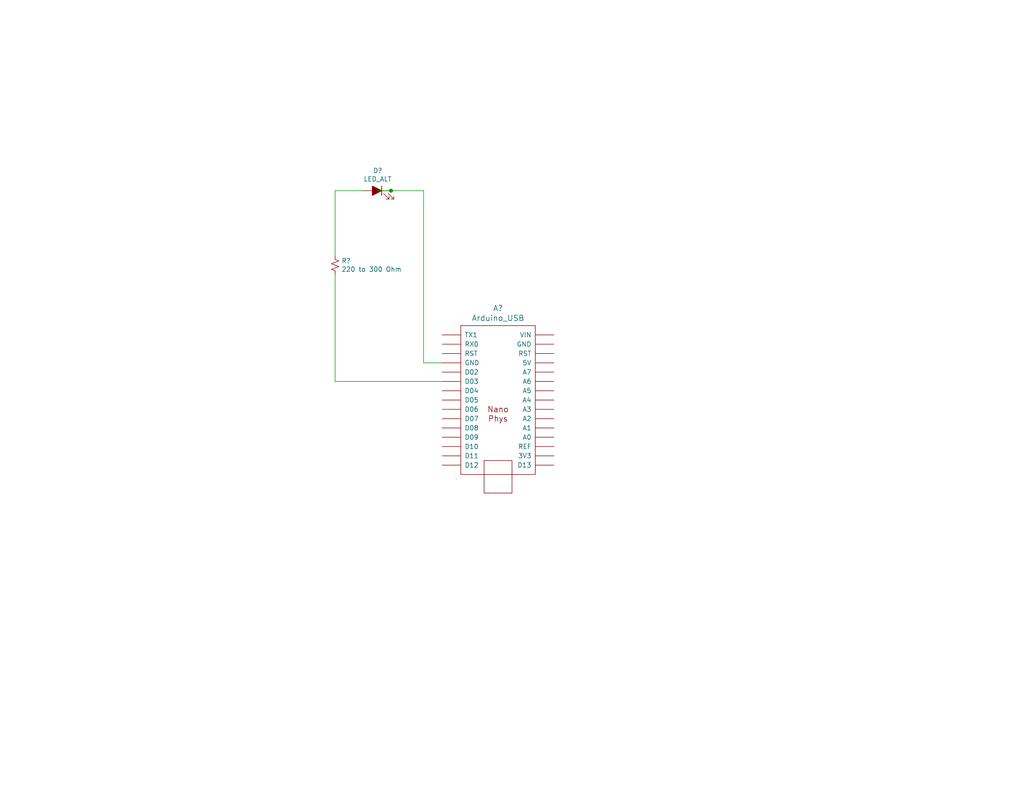
<source format=kicad_sch>
(kicad_sch (version 20230121) (generator eeschema)
  (paper "A")
  (title_block (title "01 Blinking LED part A") (date "2023-04-13") (company "Author: https://github.com/Mark-MDO47/ArduinoClass/tree/master") (comment 1 "NOTE: Chips & Modules shown top view, notch at top"))
  (lib_symbols
    (symbol "01_BlinkingLED_A-rescue:Arduino_USB-mdoLibrary" (pin_names (offset 1.016))
      (property "Reference" "A" (at 0 0 0))
      (property "Value" "mdoLibrary_Arduino_USB" (at 0 2.54 90))
      (symbol "Arduino_USB-mdoLibrary_0_0"
        (rectangle (start -10.16 20.32) (end 10.16 -20.32))
        (text "Nano" (at 0 -2.54 0) (effects (font (size 1.524 1.524))))
        (text "Phys" (at 0 -5.08 0) (effects (font (size 1.524 1.524))))
      )
      (symbol "Arduino_USB-mdoLibrary_0_1"
        (rectangle (start -11.43 -21.59) (end -11.43 -21.59))
        (rectangle (start 3.81 -25.4) (end -3.81 -16.51))
      )
      (symbol "Arduino_USB-mdoLibrary_1_1"
        (pin input line (at 15.24 -15.24 180) (length 5.08) (name "3V3") (number "~"))
        (pin input line (at 15.24 10.16 180) (length 5.08) (name "5V") (number "~"))
        (pin input line (at 15.24 -10.16 180) (length 5.08) (name "A0") (number "~"))
        (pin input line (at 15.24 -7.62 180) (length 5.08) (name "A1") (number "~"))
        (pin input line (at 15.24 -5.08 180) (length 5.08) (name "A2") (number "~"))
        (pin input line (at 15.24 -2.54 180) (length 5.08) (name "A3") (number "~"))
        (pin input line (at 15.24 0 180) (length 5.08) (name "A4") (number "~"))
        (pin input line (at 15.24 2.54 180) (length 5.08) (name "A5") (number "~"))
        (pin input line (at 15.24 5.08 180) (length 5.08) (name "A6") (number "~"))
        (pin input line (at 15.24 7.62 180) (length 5.08) (name "A7") (number "~"))
        (pin input line (at -15.24 7.62 0) (length 5.08) (name "D02") (number "~"))
        (pin input line (at -15.24 5.08 0) (length 5.08) (name "D03") (number "~"))
        (pin input line (at -15.24 2.54 0) (length 5.08) (name "D04") (number "~"))
        (pin input line (at -15.24 0 0) (length 5.08) (name "D05") (number "~"))
        (pin input line (at -15.24 -2.54 0) (length 5.08) (name "D06") (number "~"))
        (pin input line (at -15.24 -5.08 0) (length 5.08) (name "D07") (number "~"))
        (pin input line (at -15.24 -7.62 0) (length 5.08) (name "D08") (number "~"))
        (pin input line (at -15.24 -10.16 0) (length 5.08) (name "D09") (number "~"))
        (pin input line (at -15.24 -12.7 0) (length 5.08) (name "D10") (number "~"))
        (pin input line (at -15.24 -15.24 0) (length 5.08) (name "D11") (number "~"))
        (pin input line (at -15.24 -17.78 0) (length 5.08) (name "D12") (number "~"))
        (pin input line (at 15.24 -17.78 180) (length 5.08) (name "D13") (number "~"))
        (pin input line (at -15.24 10.16 0) (length 5.08) (name "GND") (number "~"))
        (pin input line (at 15.24 15.24 180) (length 5.08) (name "GND") (number "~"))
        (pin input line (at 15.24 -12.7 180) (length 5.08) (name "REF") (number "~"))
        (pin input line (at -15.24 12.7 0) (length 5.08) (name "RST") (number "~"))
        (pin input line (at 15.24 12.7 180) (length 5.08) (name "RST") (number "~"))
        (pin input line (at -15.24 15.24 0) (length 5.08) (name "RX0") (number "~"))
        (pin input line (at -15.24 17.78 0) (length 5.08) (name "TX1") (number "~"))
        (pin input line (at 15.24 17.78 180) (length 5.08) (name "VIN") (number "~"))
      )
    )
    (symbol "01_BlinkingLED_A-rescue:LED_ALT-Device" (pin_numbers hide) (pin_names (offset 1.016) hide)
      (property "Reference" "D" (at 0 2.54 0))
      (property "Value" "Device_LED_ALT" (at 0 -2.54 0))
      (symbol "LED_ALT-Device_0_1"
        (polyline (pts (xy -1.27 -1.27) (xy -1.27 1.27)) (stroke (width 0.2032)))
        (polyline (pts (xy -1.27 0) (xy 1.27 0)))
        (polyline (pts (xy 1.27 -1.27) (xy 1.27 1.27) (xy -1.27 0) (xy 1.27 -1.27)) (stroke (width 0.2032)) (fill (type outline)))
        (polyline (pts (xy -3.048 -0.762) (xy -4.572 -2.286) (xy -3.81 -2.286) (xy -4.572 -2.286) (xy -4.572 -1.524)))
        (polyline (pts (xy -1.778 -0.762) (xy -3.302 -2.286) (xy -2.54 -2.286) (xy -3.302 -2.286) (xy -3.302 -1.524)))
      )
      (symbol "LED_ALT-Device_1_1"
        (pin passive line (at -3.81 0 0) (length 2.54) (name "K") (number "1"))
        (pin passive line (at 3.81 0 180) (length 2.54) (name "A") (number "2"))
      )
    )
    (symbol "Device:R_Small_US" (pin_numbers hide) (pin_names (offset 0.254) hide)
      (property "Reference" "R" (at 0.762 0.508 0))
      (property "Value" "R_Small_US" (at 0.762 -1.016 0))
      (symbol "R_Small_US_1_1"
        (polyline (pts (xy 0 0) (xy 1.016 -0.381) (xy 0 -0.762) (xy -1.016 -1.143) (xy 0 -1.524)))
        (polyline (pts (xy 0 1.524) (xy 1.016 1.143) (xy 0 0.762) (xy -1.016 0.381) (xy 0 0)))
        (pin passive line (at 0 2.54 270) (length 1.016) (name "~") (number "1"))
        (pin passive line (at 0 -2.54 90) (length 1.016) (name "~") (number "2"))
      )
    )
  )
  (junction (at 106.68 52.07))
  (wire (pts (xy 91.44 52.07) (xy 99.06 52.07)))
  (wire (pts (xy 91.44 104.14) (xy 91.44 74.93)))
  (wire (pts (xy 91.44 69.85) (xy 91.44 52.07)))
  (wire (pts (xy 102.87 52.07) (xy 106.68 52.07)))
  (wire (pts (xy 115.57 99.06) (xy 120.65 99.06)))
  (wire (pts (xy 120.65 104.14) (xy 91.44 104.14)))
  (wire (pts (xy 106.68 52.07) (xy 115.57 52.07)))
  (wire (pts (xy 115.57 52.07) (xy 115.57 99.06)))
  (symbol (lib_id "01_BlinkingLED_A-rescue:LED_ALT-Device") (at 102.87 52.07 0) (mirror y) (unit 1)
    (property "Reference" "D?" (at 103.0478 46.5836 0))
    (property "Value" "LED_ALT" (at 103.0478 48.895 0))
  )
  (symbol (lib_id "Device:R_Small_US") (at 91.44 72.39 0) (unit 1)
    (property "Reference" "R?" (at 93.1672 71.2216 0) (effects (justify left)))
    (property "Value" "220 to 300 Ohm" (at 93.1672 73.533 0) (effects (justify left)))
  )
  (symbol (lib_id "01_BlinkingLED_A-rescue:Arduino_USB-mdoLibrary") (at 135.89 109.22 0) (unit 1)
    (property "Reference" "A?" (at 135.89 84.1502 0) (effects (font (size 1.524 1.524))))
    (property "Value" "Arduino_USB" (at 135.89 86.8426 0) (effects (font (size 1.524 1.524))))
  )
)
</source>
